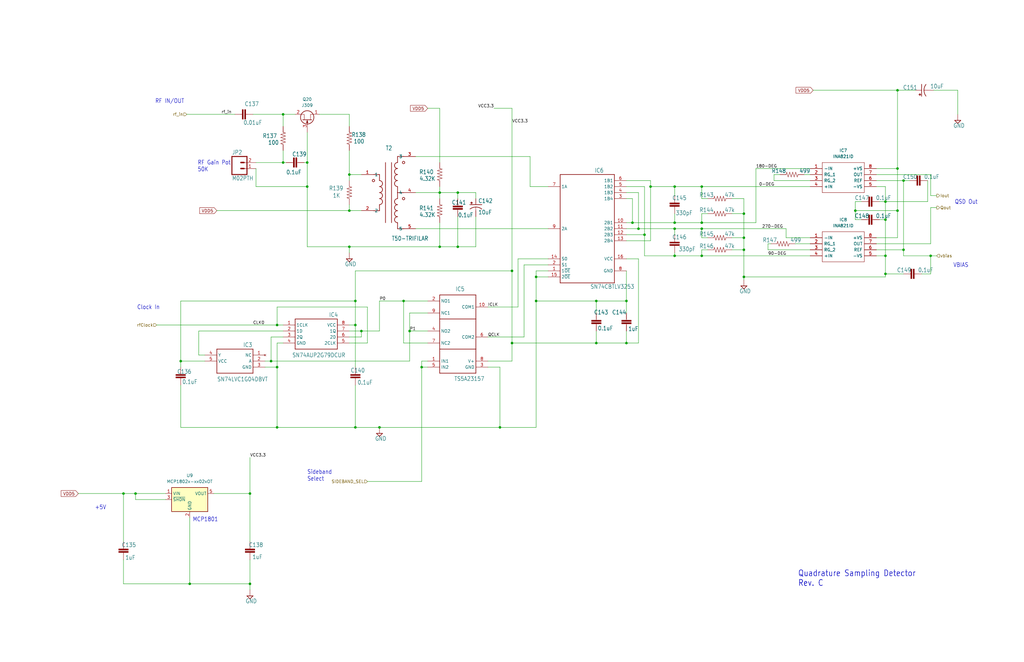
<source format=kicad_sch>
(kicad_sch (version 20230121) (generator eeschema)
  (paper "B")
  (lib_symbols
    (symbol "Device:Q_NJFET_DSG" (pin_names (offset 0) hide)
      (property "Reference" "Q" (at 5.08 1.27 0))
      (property "Value" "Q_NJFET_DSG" (at 5.08 -1.27 0))
      (symbol "Q_NJFET_DSG_0_1"
        (polyline (pts (xy 0.254 1.905) (xy 0.254 -1.905) (xy 0.254 -1.905)) (stroke (width 0.254)))
        (polyline (pts (xy 2.54 -2.54) (xy 2.54 -1.27) (xy 0.254 -1.27)))
        (polyline (pts (xy 2.54 2.54) (xy 2.54 1.397) (xy 0.254 1.397)))
        (polyline (pts (xy 0 0) (xy -1.016 0.381) (xy -1.016 -0.381) (xy 0 0)) (fill (type outline)))
        (circle (center 1.27 0) (radius 2.8194) (stroke (width 0.254)))
      )
      (symbol "Q_NJFET_DSG_1_1"
        (pin passive line (at 2.54 5.08 270) (length 2.54) (name "D") (number "1"))
        (pin passive line (at 2.54 -5.08 90) (length 2.54) (name "S") (number "2"))
        (pin input line (at -5.08 0 0) (length 5.334) (name "G") (number "3"))
      )
    )
    (symbol "Regulator_Linear:MCP1802x-xx02xOT"
      (property "Reference" "U" (at -6.35 6.35 0))
      (property "Value" "MCP1802x-xx02xOT" (at 0 6.35 0))
      (symbol "MCP1802x-xx02xOT_0_1"
        (rectangle (start -7.62 5.08) (end 7.62 -5.08) (stroke (width 0.254)) (fill (type background)))
      )
      (symbol "MCP1802x-xx02xOT_1_1"
        (pin power_in line (at -10.16 2.54 0) (length 2.54) (name "VIN") (number "1"))
        (pin power_in line (at 0 -7.62 90) (length 2.54) (name "GND") (number "2"))
        (pin input line (at -10.16 0 0) (length 2.54) (name "~{SHDN}") (number "3"))
        (pin no_connect line (at 7.62 0 180) (length 2.54) hide (name "NC") (number "4"))
        (pin power_out line (at 10.16 2.54 180) (length 2.54) (name "VOUT") (number "5"))
      )
    )
    (symbol "SamacSys_Parts:INA821ID" (pin_names (offset 0.762))
      (property "Reference" "IC" (at 24.13 7.62 0))
      (property "Value" "INA821ID" (at 24.13 5.08 0))
      (symbol "INA821ID_0_0"
        (pin passive line (at 0 0 0) (length 5.08) (name "-IN") (number "1"))
        (pin passive line (at 0 -2.54 0) (length 5.08) (name "RG_1") (number "2"))
        (pin passive line (at 0 -5.08 0) (length 5.08) (name "RG_2") (number "3"))
        (pin passive line (at 0 -7.62 0) (length 5.08) (name "+IN") (number "4"))
        (pin passive line (at 27.94 -7.62 180) (length 5.08) (name "-VS") (number "5"))
        (pin passive line (at 27.94 -5.08 180) (length 5.08) (name "REF") (number "6"))
        (pin passive line (at 27.94 -2.54 180) (length 5.08) (name "OUT") (number "7"))
        (pin passive line (at 27.94 0 180) (length 5.08) (name "+VS") (number "8"))
      )
      (symbol "INA821ID_0_1"
        (polyline (pts (xy 5.08 2.54) (xy 22.86 2.54) (xy 22.86 -10.16) (xy 5.08 -10.16) (xy 5.08 2.54)) (stroke (width 0.1524)))
      )
    )
    (symbol "qsd_revB-eagle-import:10UF-25V-20%(PTH)"
      (property "Reference" "C" (at 1.016 0.635 0))
      (property "Value" "10UF-25V-20%(PTH)" (at 1.016 -4.191 0))
      (symbol "10UF-25V-20%(PTH)_1_0"
        (rectangle (start -2.253 0.668) (end -1.364 0.795) (fill (type outline)))
        (rectangle (start -1.872 0.287) (end -1.745 1.176) (fill (type outline)))
        (arc (start 0 -1.0161) (mid -1.3021 -1.2302) (end -2.4669 -1.8504) (stroke (width 0.254)))
        (polyline (pts (xy -2.54 0) (xy 2.54 0)) (stroke (width 0.254)))
        (polyline (pts (xy 0 -1.016) (xy 0 -2.54)) (stroke (width 0.1524)))
        (arc (start 2.4892 -1.8542) (mid 1.3158 -1.2195) (end 0 -1) (stroke (width 0.254)))
        (pin passive line (at 0 2.54 270) (length 2.54) (name "+") (number "1"))
        (pin passive line (at 0 -5.08 90) (length 2.54) (name "-") (number "2"))
      )
    )
    (symbol "qsd_revB-eagle-import:CAP0603-CAP"
      (property "Reference" "C" (at 1.524 2.921 0))
      (property "Value" "CAP0603-CAP" (at 1.524 -2.159 0))
      (symbol "CAP0603-CAP_1_0"
        (rectangle (start -2.032 0.508) (end 2.032 1.016) (fill (type outline)))
        (rectangle (start -2.032 1.524) (end 2.032 2.032) (fill (type outline)))
        (polyline (pts (xy 0 0) (xy 0 0.508)) (stroke (width 0.1524)))
        (polyline (pts (xy 0 2.54) (xy 0 2.032)) (stroke (width 0.1524)))
        (pin passive line (at 0 5.08 270) (length 2.54) (name "1") (number "1"))
        (pin passive line (at 0 -2.54 90) (length 2.54) (name "2") (number "2"))
      )
    )
    (symbol "qsd_revB-eagle-import:GND" (power)
      (property "Value" "GND" (at -1.905 -3.175 0))
      (symbol "GND_1_0"
        (polyline (pts (xy -1.27 0) (xy 1.27 0)) (stroke (width 0.254)))
        (polyline (pts (xy 0 -1.27) (xy -1.27 0)) (stroke (width 0.254)))
        (polyline (pts (xy 1.27 0) (xy 0 -1.27)) (stroke (width 0.254)))
        (pin power_in line (at 0 2.54 270) (length 2.54) (name "GND") (number "1"))
      )
    )
    (symbol "qsd_revB-eagle-import:M02PTH"
      (property "Reference" "JP" (at -2.54 5.842 0))
      (property "Value" "M02PTH" (at -2.54 -5.08 0))
      (symbol "M02PTH_1_0"
        (polyline (pts (xy -2.54 5.08) (xy -2.54 -2.54)) (stroke (width 0.4064)))
        (polyline (pts (xy -2.54 5.08) (xy 3.81 5.08)) (stroke (width 0.4064)))
        (polyline (pts (xy 1.27 0) (xy 2.54 0)) (stroke (width 0.6096)))
        (polyline (pts (xy 1.27 2.54) (xy 2.54 2.54)) (stroke (width 0.6096)))
        (polyline (pts (xy 3.81 -2.54) (xy -2.54 -2.54)) (stroke (width 0.4064)))
        (polyline (pts (xy 3.81 -2.54) (xy 3.81 5.08)) (stroke (width 0.4064)))
        (pin passive line (at 7.62 0 180) (length 5.08) (name "1") (number "1"))
        (pin passive line (at 7.62 2.54 180) (length 5.08) (name "2") (number "2"))
      )
    )
    (symbol "qsd_revB-eagle-import:RESISTOR0603-RES"
      (property "Reference" "R" (at -3.81 1.4986 0))
      (property "Value" "RESISTOR0603-RES" (at -3.81 -3.302 0))
      (symbol "RESISTOR0603-RES_1_0"
        (polyline (pts (xy -2.54 0) (xy -2.159 1.016)) (stroke (width 0.1524)))
        (polyline (pts (xy -2.159 1.016) (xy -1.524 -1.016)) (stroke (width 0.1524)))
        (polyline (pts (xy -1.524 -1.016) (xy -0.889 1.016)) (stroke (width 0.1524)))
        (polyline (pts (xy -0.889 1.016) (xy -0.254 -1.016)) (stroke (width 0.1524)))
        (polyline (pts (xy -0.254 -1.016) (xy 0.381 1.016)) (stroke (width 0.1524)))
        (polyline (pts (xy 0.381 1.016) (xy 1.016 -1.016)) (stroke (width 0.1524)))
        (polyline (pts (xy 1.016 -1.016) (xy 1.651 1.016)) (stroke (width 0.1524)))
        (polyline (pts (xy 1.651 1.016) (xy 2.286 -1.016)) (stroke (width 0.1524)))
        (polyline (pts (xy 2.286 -1.016) (xy 2.54 0)) (stroke (width 0.1524)))
        (pin passive line (at -5.08 0 0) (length 2.54) (name "1") (number "1"))
        (pin passive line (at 5.08 0 180) (length 2.54) (name "2") (number "2"))
      )
    )
    (symbol "qsd_revB-eagle-import:SN74AUP2G79DCUR"
      (property "Reference" "IC1002" (at 19.304 4.318 0))
      (property "Value" "SN74AUP2G79DCUR" (at 3.81 -12.7 0))
      (symbol "SN74AUP2G79DCUR_1_0"
        (polyline (pts (xy 5.08 2.54) (xy 5.08 -10.16)) (stroke (width 0.254)))
        (polyline (pts (xy 5.08 2.54) (xy 22.86 2.54)) (stroke (width 0.254)))
        (polyline (pts (xy 22.86 -10.16) (xy 5.08 -10.16)) (stroke (width 0.254)))
        (polyline (pts (xy 22.86 -10.16) (xy 22.86 2.54)) (stroke (width 0.254)))
        (pin input line (at 0 0 0) (length 5.08) (name "1CLK") (number "1"))
        (pin input line (at 0 -2.54 0) (length 5.08) (name "1D") (number "2"))
        (pin output line (at 0 -5.08 0) (length 5.08) (name "2Q") (number "3"))
        (pin bidirectional line (at 0 -7.62 0) (length 5.08) (name "GND") (number "4"))
        (pin input line (at 27.94 -7.62 180) (length 5.08) (name "2CLK") (number "5"))
        (pin input line (at 27.94 -5.08 180) (length 5.08) (name "2D") (number "6"))
        (pin output line (at 27.94 -2.54 180) (length 5.08) (name "1Q") (number "7"))
        (pin input line (at 27.94 0 180) (length 5.08) (name "VCC") (number "8"))
      )
    )
    (symbol "qsd_revB-eagle-import:SN74CBTLV3253"
      (property "Reference" "IC1004" (at 14.478 46.482 0))
      (property "Value" "SN74CBTLV3253" (at 12.7 -2.54 0))
      (symbol "SN74CBTLV3253_1_0"
        (polyline (pts (xy 0 0) (xy 22.86 0)) (stroke (width 0.254)))
        (polyline (pts (xy 0 45.72) (xy 0 0)) (stroke (width 0.254)))
        (polyline (pts (xy 22.86 0) (xy 22.86 45.72)) (stroke (width 0.254)))
        (polyline (pts (xy 22.86 45.72) (xy 0 45.72)) (stroke (width 0.254)))
        (pin input line (at -5.08 5.08 0) (length 5.08) (name "1~{OE}") (number "1"))
        (pin bidirectional line (at 27.94 25.4 180) (length 5.08) (name "2B1") (number "10"))
        (pin bidirectional line (at 27.94 22.86 180) (length 5.08) (name "2B2") (number "11"))
        (pin bidirectional line (at 27.94 20.32 180) (length 5.08) (name "2B3") (number "12"))
        (pin bidirectional line (at 27.94 17.78 180) (length 5.08) (name "2B4") (number "13"))
        (pin input line (at -5.08 10.16 0) (length 5.08) (name "S0") (number "14"))
        (pin input line (at -5.08 2.54 0) (length 5.08) (name "2~{OE}") (number "15"))
        (pin input line (at 27.94 10.16 180) (length 5.08) (name "VCC") (number "16"))
        (pin input line (at -5.08 7.62 0) (length 5.08) (name "S1") (number "2"))
        (pin bidirectional line (at 27.94 35.56 180) (length 5.08) (name "1B4") (number "3"))
        (pin bidirectional line (at 27.94 38.1 180) (length 5.08) (name "1B3") (number "4"))
        (pin bidirectional line (at 27.94 40.64 180) (length 5.08) (name "1B2") (number "5"))
        (pin bidirectional line (at 27.94 43.18 180) (length 5.08) (name "1B1") (number "6"))
        (pin bidirectional line (at -5.08 40.64 0) (length 5.08) (name "1A") (number "7"))
        (pin bidirectional line (at 27.94 5.08 180) (length 5.08) (name "GND") (number "8"))
        (pin bidirectional line (at -5.08 22.86 0) (length 5.08) (name "2A") (number "9"))
      )
    )
    (symbol "qsd_revB-eagle-import:SN74LVC1G04DBVT"
      (property "Reference" "IC" (at 21.59 7.62 0))
      (property "Value" "SN74LVC1G04DBVT" (at 21.59 5.08 0))
      (symbol "SN74LVC1G04DBVT_1_0"
        (polyline (pts (xy 5.08 2.54) (xy 5.08 -7.62)) (stroke (width 0.254)))
        (polyline (pts (xy 5.08 2.54) (xy 20.32 2.54)) (stroke (width 0.254)))
        (polyline (pts (xy 20.32 -7.62) (xy 5.08 -7.62)) (stroke (width 0.254)))
        (polyline (pts (xy 20.32 -7.62) (xy 20.32 2.54)) (stroke (width 0.254)))
        (pin no_connect line (at 0 0 0) (length 5.08) (name "NC") (number "1"))
        (pin input line (at 0 -2.54 0) (length 5.08) (name "A") (number "2"))
        (pin power_in line (at 0 -5.08 0) (length 5.08) (name "GND") (number "3"))
        (pin output line (at 25.4 0 180) (length 5.08) (name "Y") (number "4"))
        (pin power_in line (at 25.4 -2.54 180) (length 5.08) (name "VCC") (number "5"))
      )
    )
    (symbol "qsd_revB-eagle-import:T50-TRIFILAR"
      (property "Reference" "T2" (at 5.08 25.4 0))
      (property "Value" "T50-TRIFILAR" (at 7.62 -12.7 0))
      (symbol "T50-TRIFILAR_1_0"
        (polyline (pts (xy 2.54 0) (xy 0 0)) (stroke (width 0.254)))
        (polyline (pts (xy 2.54 2.54) (xy 2.54 0)) (stroke (width 0.254)))
        (polyline (pts (xy 2.54 12.7) (xy 2.54 15.24)) (stroke (width 0.254)))
        (polyline (pts (xy 2.54 15.24) (xy 0 15.24)) (stroke (width 0.254)))
        (polyline (pts (xy 5.08 20.32) (xy 5.08 -5.08)) (stroke (width 0.254)))
        (polyline (pts (xy 7.62 20.32) (xy 7.62 -5.08)) (stroke (width 0.254)))
        (polyline (pts (xy 10.16 -7.62) (xy 12.7 -7.62)) (stroke (width 0.254)))
        (polyline (pts (xy 10.16 -5.08) (xy 10.16 -7.62)) (stroke (width 0.254)))
        (polyline (pts (xy 10.16 7.62) (xy 10.16 5.08)) (stroke (width 0.254)))
        (polyline (pts (xy 10.16 10.16) (xy 10.16 7.62)) (stroke (width 0.254)))
        (polyline (pts (xy 10.16 20.32) (xy 10.16 22.86)) (stroke (width 0.254)))
        (polyline (pts (xy 10.16 22.86) (xy 12.7 22.86)) (stroke (width 0.254)))
        (polyline (pts (xy 12.7 7.62) (xy 10.16 7.62)) (stroke (width 0.254)))
        (circle (center 0 12.7) (radius 0.508) (stroke (width 0.254)))
        (arc (start 2.54 2.54) (mid 3.438 2.912) (end 3.81 3.81) (stroke (width 0.254)))
        (arc (start 2.54 5.08) (mid 3.438 5.452) (end 3.81 6.35) (stroke (width 0.254)))
        (arc (start 2.54 7.62) (mid 3.438 7.992) (end 3.81 8.89) (stroke (width 0.254)))
        (arc (start 2.54 10.16) (mid 3.438 10.532) (end 3.81 11.43) (stroke (width 0.254)))
        (arc (start 3.81 3.81) (mid 3.438 4.708) (end 2.54 5.08) (stroke (width 0.254)))
        (arc (start 3.81 6.35) (mid 3.438 7.248) (end 2.54 7.62) (stroke (width 0.254)))
        (arc (start 3.81 8.89) (mid 3.438 9.788) (end 2.54 10.16) (stroke (width 0.254)))
        (arc (start 3.81 11.43) (mid 3.438 12.328) (end 2.54 12.7) (stroke (width 0.254)))
        (arc (start 8.89 -3.81) (mid 9.262 -4.708) (end 10.16 -5.08) (stroke (width 0.254)))
        (arc (start 8.89 -1.27) (mid 9.262 -2.168) (end 10.16 -2.54) (stroke (width 0.254)))
        (arc (start 8.89 1.27) (mid 9.262 0.372) (end 10.16 0) (stroke (width 0.254)))
        (arc (start 8.89 3.81) (mid 9.262 2.912) (end 10.16 2.54) (stroke (width 0.254)))
        (arc (start 8.89 11.43) (mid 9.262 10.532) (end 10.16 10.16) (stroke (width 0.254)))
        (arc (start 8.89 13.97) (mid 9.262 13.072) (end 10.16 12.7) (stroke (width 0.254)))
        (arc (start 8.89 16.51) (mid 9.262 15.612) (end 10.16 15.24) (stroke (width 0.254)))
        (arc (start 8.89 19.05) (mid 9.262 18.152) (end 10.16 17.78) (stroke (width 0.254)))
        (arc (start 10.16 -2.54) (mid 9.262 -2.912) (end 8.89 -3.81) (stroke (width 0.254)))
        (arc (start 10.16 0) (mid 9.262 -0.372) (end 8.89 -1.27) (stroke (width 0.254)))
        (arc (start 10.16 2.54) (mid 9.262 2.168) (end 8.89 1.27) (stroke (width 0.254)))
        (arc (start 10.16 5.08) (mid 9.262 4.708) (end 8.89 3.81) (stroke (width 0.254)))
        (arc (start 10.16 12.7) (mid 9.262 12.328) (end 8.89 11.43) (stroke (width 0.254)))
        (arc (start 10.16 15.24) (mid 9.262 14.868) (end 8.89 13.97) (stroke (width 0.254)))
        (arc (start 10.16 17.78) (mid 9.262 17.408) (end 8.89 16.51) (stroke (width 0.254)))
        (arc (start 10.16 20.32) (mid 9.262 19.948) (end 8.89 19.05) (stroke (width 0.254)))
        (circle (center 12.7 5.08) (radius 0.508) (stroke (width 0.254)))
        (circle (center 12.7 20.32) (radius 0.508) (stroke (width 0.254)))
        (pin passive line (at -5.08 15.24 0) (length 5.08) (name "1") (number "1"))
        (pin passive line (at -5.08 0 0) (length 5.08) (name "2") (number "2"))
        (pin passive line (at 17.78 22.86 180) (length 5.08) (name "3") (number "3"))
        (pin passive line (at 17.78 7.62 180) (length 5.08) (name "4") (number "4"))
        (pin passive line (at 17.78 -7.62 180) (length 5.08) (name "5") (number "5"))
      )
    )
    (symbol "qsd_revB-eagle-import:TS5A23157"
      (property "Reference" "IC1003" (at 6.604 34.544 0))
      (property "Value" "TS5A23157" (at 6.096 -3.302 0))
      (symbol "TS5A23157_1_0"
        (polyline (pts (xy 0 0) (xy 15.24 0)) (stroke (width 0.254)))
        (polyline (pts (xy 0 10.16) (xy 0 0)) (stroke (width 0.254)))
        (polyline (pts (xy 0 10.16) (xy 15.24 10.16)) (stroke (width 0.254)))
        (polyline (pts (xy 0 22.86) (xy 0 10.16)) (stroke (width 0.254)))
        (polyline (pts (xy 0 22.86) (xy 15.24 22.86)) (stroke (width 0.254)))
        (polyline (pts (xy 0 33.02) (xy 0 22.86)) (stroke (width 0.254)))
        (polyline (pts (xy 15.24 0) (xy 15.24 10.16)) (stroke (width 0.254)))
        (polyline (pts (xy 15.24 10.16) (xy 15.24 22.86)) (stroke (width 0.254)))
        (polyline (pts (xy 15.24 22.86) (xy 15.24 33.02)) (stroke (width 0.254)))
        (polyline (pts (xy 15.24 33.02) (xy 0 33.02)) (stroke (width 0.254)))
        (pin input line (at -5.08 5.08 0) (length 5.08) (name "IN1") (number "1"))
        (pin bidirectional line (at 20.32 27.94 180) (length 5.08) (name "COM1") (number "10"))
        (pin bidirectional line (at -5.08 30.48 0) (length 5.08) (name "NO1") (number "2"))
        (pin bidirectional line (at 20.32 2.54 180) (length 5.08) (name "GND") (number "3"))
        (pin bidirectional line (at -5.08 17.78 0) (length 5.08) (name "NO2") (number "4"))
        (pin input line (at -5.08 2.54 0) (length 5.08) (name "IN2") (number "5"))
        (pin bidirectional line (at 20.32 15.24 180) (length 5.08) (name "COM2") (number "6"))
        (pin bidirectional line (at -5.08 12.7 0) (length 5.08) (name "NC2") (number "7"))
        (pin input line (at 20.32 5.08 180) (length 5.08) (name "V+") (number "8"))
        (pin bidirectional line (at -5.08 25.4 0) (length 5.08) (name "NC1") (number "9"))
      )
    )
  )
  (junction (at 266.7 93.98))
  (junction (at 269.24 96.52))
  (junction (at 193.04 81.28))
  (junction (at 378.46 71.12))
  (junction (at 52.07 208.28))
  (junction (at 274.32 78.74))
  (junction (at 295.91 96.52))
  (junction (at 264.16 127))
  (junction (at 80.01 246.38))
  (junction (at 57.15 208.28))
  (junction (at 147.32 88.9))
  (junction (at 210.82 180.34))
  (junction (at 378.46 88.9))
  (junction (at 226.06 116.84))
  (junction (at 313.69 105.41))
  (junction (at 105.41 208.28))
  (junction (at 116.84 180.34))
  (junction (at 284.48 107.95))
  (junction (at 313.69 90.17))
  (junction (at 373.38 85.09))
  (junction (at 215.9 144.78))
  (junction (at 264.16 144.78))
  (junction (at 119.38 68.58))
  (junction (at 160.02 180.34))
  (junction (at 149.86 180.34))
  (junction (at 373.38 92.71))
  (junction (at 381 105.41))
  (junction (at 185.42 104.14))
  (junction (at 129.54 68.58))
  (junction (at 373.38 107.95))
  (junction (at 215.9 114.3))
  (junction (at 271.78 99.06))
  (junction (at 251.46 127))
  (junction (at 284.48 96.52))
  (junction (at 381 76.2))
  (junction (at 116.84 154.94))
  (junction (at 152.4 139.7))
  (junction (at 119.38 48.26))
  (junction (at 295.91 107.95))
  (junction (at 170.18 127))
  (junction (at 295.91 78.74))
  (junction (at 284.48 78.74))
  (junction (at 114.3 152.4))
  (junction (at 147.32 104.14))
  (junction (at 193.04 104.14))
  (junction (at 295.91 93.98))
  (junction (at 177.8 154.94))
  (junction (at 129.54 78.74))
  (junction (at 226.06 127))
  (junction (at 172.72 139.7))
  (junction (at 116.84 137.16))
  (junction (at 147.32 73.66))
  (junction (at 284.48 93.98))
  (junction (at 373.38 115.57))
  (junction (at 392.43 107.95))
  (junction (at 185.42 81.28))
  (junction (at 313.69 100.33))
  (junction (at 76.2 152.4))
  (junction (at 378.46 38.1))
  (junction (at 105.41 246.38))
  (junction (at 360.68 88.9))
  (junction (at 149.86 137.16))
  (junction (at 251.46 144.78))
  (junction (at 313.69 116.84))
  (junction (at 149.86 127))
  (wire (pts (xy 147.32 76.2) (xy 147.32 73.66)))
  (wire (pts (xy 129.54 68.58) (xy 129.54 78.74)))
  (wire (pts (xy 177.8 154.94) (xy 177.8 203.2)))
  (wire (pts (xy 129.54 78.74) (xy 129.54 104.14)))
  (wire (pts (xy 185.42 93.98) (xy 185.42 104.14)))
  (wire (pts (xy 378.46 71.12) (xy 378.46 88.9)))
  (wire (pts (xy 308.61 90.17) (xy 313.69 90.17)))
  (wire (pts (xy 323.85 105.41) (xy 323.85 102.87)))
  (wire (pts (xy 172.72 132.08) (xy 180.34 132.08)))
  (wire (pts (xy 373.38 115.57) (xy 373.38 116.84)))
  (wire (pts (xy 231.14 116.84) (xy 226.06 116.84)))
  (wire (pts (xy 298.45 100.33) (xy 295.91 100.33)))
  (wire (pts (xy 52.07 246.38) (xy 80.01 246.38)))
  (wire (pts (xy 218.44 109.22) (xy 231.14 109.22)))
  (wire (pts (xy 111.76 154.94) (xy 116.84 154.94)))
  (wire (pts (xy 369.57 100.33) (xy 378.46 100.33)))
  (wire (pts (xy 180.34 144.78) (xy 170.18 144.78)))
  (wire (pts (xy 200.66 104.14) (xy 193.04 104.14)))
  (wire (pts (xy 129.54 55.88) (xy 129.54 68.58)))
  (wire (pts (xy 378.46 100.33) (xy 378.46 88.9)))
  (wire (pts (xy 180.34 152.4) (xy 177.8 152.4)))
  (wire (pts (xy 147.32 86.36) (xy 147.32 88.9)))
  (wire (pts (xy 373.38 115.57) (xy 381 115.57)))
  (wire (pts (xy 391.16 76.2) (xy 391.16 85.09)))
  (wire (pts (xy 205.74 129.54) (xy 218.44 129.54)))
  (wire (pts (xy 284.48 93.98) (xy 266.7 93.98)))
  (wire (pts (xy 284.48 78.74) (xy 295.91 78.74)))
  (wire (pts (xy 147.32 88.9) (xy 152.4 88.9)))
  (wire (pts (xy 295.91 100.33) (xy 295.91 96.52)))
  (wire (pts (xy 193.04 91.44) (xy 193.04 104.14)))
  (wire (pts (xy 220.98 142.24) (xy 220.98 111.76)))
  (wire (pts (xy 210.82 180.34) (xy 226.06 180.34)))
  (wire (pts (xy 313.69 116.84) (xy 313.69 118.11)))
  (wire (pts (xy 149.86 127) (xy 149.86 114.3)))
  (wire (pts (xy 284.48 96.52) (xy 295.91 96.52)))
  (wire (pts (xy 388.62 115.57) (xy 392.43 115.57)))
  (wire (pts (xy 83.82 139.7) (xy 119.38 139.7)))
  (wire (pts (xy 373.38 107.95) (xy 373.38 115.57)))
  (wire (pts (xy 231.14 114.3) (xy 226.06 114.3)))
  (wire (pts (xy 105.41 236.22) (xy 105.41 246.38)))
  (wire (pts (xy 369.57 105.41) (xy 381 105.41)))
  (wire (pts (xy 80.01 218.44) (xy 80.01 246.38)))
  (wire (pts (xy 381 107.95) (xy 381 105.41)))
  (wire (pts (xy 193.04 81.28) (xy 185.42 81.28)))
  (wire (pts (xy 200.66 81.28) (xy 193.04 81.28)))
  (wire (pts (xy 328.93 73.66) (xy 326.39 73.66)))
  (wire (pts (xy 185.42 81.28) (xy 185.42 83.82)))
  (wire (pts (xy 298.45 90.17) (xy 295.91 90.17)))
  (wire (pts (xy 80.01 246.38) (xy 105.41 246.38)))
  (wire (pts (xy 392.43 73.66) (xy 392.43 82.55)))
  (wire (pts (xy 215.9 144.78) (xy 215.9 114.3)))
  (wire (pts (xy 271.78 99.06) (xy 264.16 99.06)))
  (wire (pts (xy 369.57 73.66) (xy 392.43 73.66)))
  (wire (pts (xy 200.66 83.82) (xy 200.66 81.28)))
  (wire (pts (xy 308.61 100.33) (xy 313.69 100.33)))
  (wire (pts (xy 154.94 129.54) (xy 116.84 129.54)))
  (wire (pts (xy 335.28 102.87) (xy 341.63 102.87)))
  (wire (pts (xy 392.43 82.55) (xy 394.97 82.55)))
  (wire (pts (xy 152.4 139.7) (xy 160.02 139.7)))
  (wire (pts (xy 271.78 99.06) (xy 271.78 107.95)))
  (wire (pts (xy 149.86 127) (xy 76.2 127)))
  (wire (pts (xy 251.46 144.78) (xy 264.16 144.78)))
  (wire (pts (xy 90.17 208.28) (xy 105.41 208.28)))
  (wire (pts (xy 218.44 129.54) (xy 218.44 109.22)))
  (wire (pts (xy 323.85 102.87) (xy 325.12 102.87)))
  (wire (pts (xy 394.97 107.95) (xy 392.43 107.95)))
  (wire (pts (xy 313.69 100.33) (xy 313.69 105.41)))
  (wire (pts (xy 116.84 154.94) (xy 116.84 180.34)))
  (wire (pts (xy 152.4 73.66) (xy 147.32 73.66)))
  (wire (pts (xy 147.32 137.16) (xy 149.86 137.16)))
  (wire (pts (xy 369.57 107.95) (xy 373.38 107.95)))
  (wire (pts (xy 373.38 92.71) (xy 373.38 107.95)))
  (wire (pts (xy 373.38 85.09) (xy 391.16 85.09)))
  (wire (pts (xy 298.45 83.82) (xy 295.91 83.82)))
  (wire (pts (xy 147.32 104.14) (xy 147.32 106.68)))
  (wire (pts (xy 381 105.41) (xy 381 76.2)))
  (wire (pts (xy 269.24 109.22) (xy 269.24 144.78)))
  (wire (pts (xy 313.69 83.82) (xy 313.69 90.17)))
  (wire (pts (xy 149.86 114.3) (xy 215.9 114.3)))
  (wire (pts (xy 226.06 114.3) (xy 226.06 116.84)))
  (wire (pts (xy 313.69 90.17) (xy 313.69 100.33)))
  (wire (pts (xy 381 76.2) (xy 369.57 76.2)))
  (wire (pts (xy 129.54 104.14) (xy 147.32 104.14)))
  (wire (pts (xy 52.07 236.22) (xy 52.07 246.38)))
  (wire (pts (xy 69.85 210.82) (xy 57.15 210.82)))
  (wire (pts (xy 269.24 96.52) (xy 264.16 96.52)))
  (wire (pts (xy 160.02 139.7) (xy 160.02 127)))
  (wire (pts (xy 152.4 139.7) (xy 152.4 142.24)))
  (wire (pts (xy 180.34 45.72) (xy 185.42 45.72)))
  (wire (pts (xy 172.72 139.7) (xy 172.72 132.08)))
  (wire (pts (xy 226.06 127) (xy 251.46 127)))
  (wire (pts (xy 369.57 78.74) (xy 373.38 78.74)))
  (wire (pts (xy 114.3 152.4) (xy 111.76 152.4)))
  (wire (pts (xy 86.36 149.86) (xy 83.82 149.86)))
  (wire (pts (xy 105.41 208.28) (xy 105.41 228.6)))
  (wire (pts (xy 205.74 154.94) (xy 210.82 154.94)))
  (wire (pts (xy 170.18 127) (xy 180.34 127)))
  (wire (pts (xy 298.45 105.41) (xy 295.91 105.41)))
  (wire (pts (xy 392.43 107.95) (xy 381 107.95)))
  (wire (pts (xy 147.32 73.66) (xy 147.32 63.5)))
  (wire (pts (xy 33.02 208.28) (xy 52.07 208.28)))
  (wire (pts (xy 119.38 142.24) (xy 114.3 142.24)))
  (wire (pts (xy 223.52 66.04) (xy 223.52 78.74)))
  (wire (pts (xy 116.84 144.78) (xy 116.84 154.94)))
  (wire (pts (xy 107.95 71.12) (xy 107.95 78.74)))
  (wire (pts (xy 274.32 78.74) (xy 274.32 76.2)))
  (wire (pts (xy 154.94 144.78) (xy 154.94 129.54)))
  (wire (pts (xy 147.32 53.34) (xy 147.32 48.26)))
  (wire (pts (xy 149.86 137.16) (xy 149.86 154.94)))
  (wire (pts (xy 76.2 162.56) (xy 76.2 180.34)))
  (wire (pts (xy 392.43 87.63) (xy 394.97 87.63)))
  (wire (pts (xy 271.78 107.95) (xy 284.48 107.95)))
  (wire (pts (xy 177.8 152.4) (xy 177.8 154.94)))
  (wire (pts (xy 119.38 137.16) (xy 116.84 137.16)))
  (wire (pts (xy 295.91 107.95) (xy 341.63 107.95)))
  (wire (pts (xy 360.68 88.9) (xy 378.46 88.9)))
  (wire (pts (xy 392.43 102.87) (xy 392.43 87.63)))
  (wire (pts (xy 175.26 66.04) (xy 223.52 66.04)))
  (wire (pts (xy 360.68 88.9) (xy 360.68 92.71)))
  (wire (pts (xy 210.82 154.94) (xy 210.82 180.34)))
  (wire (pts (xy 180.34 139.7) (xy 172.72 139.7)))
  (wire (pts (xy 331.47 100.33) (xy 341.63 100.33)))
  (wire (pts (xy 185.42 78.74) (xy 185.42 81.28)))
  (wire (pts (xy 264.16 139.7) (xy 264.16 144.78)))
  (wire (pts (xy 106.68 48.26) (xy 119.38 48.26)))
  (wire (pts (xy 175.26 81.28) (xy 185.42 81.28)))
  (wire (pts (xy 363.22 85.09) (xy 360.68 85.09)))
  (wire (pts (xy 226.06 127) (xy 226.06 180.34)))
  (wire (pts (xy 107.95 68.58) (xy 119.38 68.58)))
  (wire (pts (xy 269.24 81.28) (xy 269.24 96.52)))
  (wire (pts (xy 193.04 104.14) (xy 185.42 104.14)))
  (wire (pts (xy 52.07 208.28) (xy 52.07 228.6)))
  (wire (pts (xy 369.57 102.87) (xy 392.43 102.87)))
  (wire (pts (xy 360.68 92.71) (xy 363.22 92.71)))
  (wire (pts (xy 215.9 45.72) (xy 208.28 45.72)))
  (wire (pts (xy 119.38 68.58) (xy 120.65 68.58)))
  (wire (pts (xy 175.26 96.52) (xy 231.14 96.52)))
  (wire (pts (xy 172.72 152.4) (xy 172.72 139.7)))
  (wire (pts (xy 308.61 83.82) (xy 313.69 83.82)))
  (wire (pts (xy 264.16 101.6) (xy 274.32 101.6)))
  (wire (pts (xy 271.78 78.74) (xy 271.78 99.06)))
  (wire (pts (xy 220.98 111.76) (xy 231.14 111.76)))
  (wire (pts (xy 149.86 137.16) (xy 149.86 127)))
  (wire (pts (xy 147.32 144.78) (xy 154.94 144.78)))
  (wire (pts (xy 119.38 63.5) (xy 119.38 68.58)))
  (wire (pts (xy 57.15 208.28) (xy 52.07 208.28)))
  (wire (pts (xy 147.32 139.7) (xy 152.4 139.7)))
  (wire (pts (xy 360.68 85.09) (xy 360.68 88.9)))
  (wire (pts (xy 373.38 78.74) (xy 373.38 85.09)))
  (wire (pts (xy 116.84 129.54) (xy 116.84 137.16)))
  (wire (pts (xy 264.16 127) (xy 251.46 127)))
  (wire (pts (xy 180.34 154.94) (xy 177.8 154.94)))
  (wire (pts (xy 284.48 82.55) (xy 284.48 78.74)))
  (wire (pts (xy 295.91 105.41) (xy 295.91 107.95)))
  (wire (pts (xy 284.48 107.95) (xy 295.91 107.95)))
  (wire (pts (xy 264.16 114.3) (xy 264.16 127)))
  (wire (pts (xy 274.32 78.74) (xy 274.32 101.6)))
  (wire (pts (xy 295.91 90.17) (xy 295.91 93.98)))
  (wire (pts (xy 369.57 71.12) (xy 378.46 71.12)))
  (wire (pts (xy 392.43 115.57) (xy 392.43 107.95)))
  (wire (pts (xy 251.46 132.08) (xy 251.46 127)))
  (wire (pts (xy 134.62 48.26) (xy 147.32 48.26)))
  (wire (pts (xy 116.84 180.34) (xy 149.86 180.34)))
  (wire (pts (xy 149.86 162.56) (xy 149.86 180.34)))
  (wire (pts (xy 205.74 142.24) (xy 220.98 142.24)))
  (wire (pts (xy 119.38 144.78) (xy 116.84 144.78)))
  (wire (pts (xy 119.38 53.34) (xy 119.38 48.26)))
  (wire (pts (xy 66.04 137.16) (xy 116.84 137.16)))
  (wire (pts (xy 223.52 78.74) (xy 231.14 78.74)))
  (wire (pts (xy 160.02 180.34) (xy 210.82 180.34)))
  (wire (pts (xy 205.74 152.4) (xy 215.9 152.4)))
  (wire (pts (xy 295.91 78.74) (xy 341.63 78.74)))
  (wire (pts (xy 295.91 83.82) (xy 295.91 78.74)))
  (wire (pts (xy 393.7 38.1) (xy 403.86 38.1)))
  (wire (pts (xy 107.95 78.74) (xy 129.54 78.74)))
  (wire (pts (xy 284.48 96.52) (xy 284.48 99.06)))
  (wire (pts (xy 269.24 96.52) (xy 284.48 96.52)))
  (wire (pts (xy 200.66 91.44) (xy 200.66 104.14)))
  (wire (pts (xy 91.44 88.9) (xy 147.32 88.9)))
  (wire (pts (xy 264.16 81.28) (xy 269.24 81.28)))
  (wire (pts (xy 99.06 48.26) (xy 78.74 48.26)))
  (wire (pts (xy 295.91 96.52) (xy 331.47 96.52)))
  (wire (pts (xy 105.41 208.28) (xy 105.41 193.04)))
  (wire (pts (xy 373.38 85.09) (xy 373.38 92.71)))
  (wire (pts (xy 57.15 210.82) (xy 57.15 208.28)))
  (wire (pts (xy 185.42 45.72) (xy 185.42 68.58)))
  (wire (pts (xy 318.77 93.98) (xy 295.91 93.98)))
  (wire (pts (xy 318.77 71.12) (xy 341.63 71.12)))
  (wire (pts (xy 373.38 116.84) (xy 313.69 116.84)))
  (wire (pts (xy 264.16 83.82) (xy 266.7 83.82)))
  (wire (pts (xy 264.16 109.22) (xy 269.24 109.22)))
  (wire (pts (xy 185.42 104.14) (xy 147.32 104.14)))
  (wire (pts (xy 284.48 106.68) (xy 284.48 107.95)))
  (wire (pts (xy 323.85 105.41) (xy 341.63 105.41)))
  (wire (pts (xy 215.9 152.4) (xy 215.9 144.78)))
  (wire (pts (xy 76.2 154.94) (xy 76.2 152.4)))
  (wire (pts (xy 226.06 116.84) (xy 226.06 127)))
  (wire (pts (xy 215.9 144.78) (xy 251.46 144.78)))
  (wire (pts (xy 69.85 208.28) (xy 57.15 208.28)))
  (wire (pts (xy 342.9 38.1) (xy 378.46 38.1)))
  (wire (pts (xy 76.2 152.4) (xy 86.36 152.4)))
  (wire (pts (xy 326.39 76.2) (xy 341.63 76.2)))
  (wire (pts (xy 160.02 127) (xy 170.18 127)))
  (wire (pts (xy 152.4 142.24) (xy 147.32 142.24)))
  (wire (pts (xy 266.7 93.98) (xy 264.16 93.98)))
  (wire (pts (xy 295.91 93.98) (xy 284.48 93.98)))
  (wire (pts (xy 331.47 96.52) (xy 331.47 100.33)))
  (wire (pts (xy 193.04 83.82) (xy 193.04 81.28)))
  (wire (pts (xy 215.9 45.72) (xy 215.9 114.3)))
  (wire (pts (xy 251.46 139.7) (xy 251.46 144.78)))
  (wire (pts (xy 264.16 78.74) (xy 271.78 78.74)))
  (wire (pts (xy 386.08 38.1) (xy 378.46 38.1)))
  (wire (pts (xy 83.82 149.86) (xy 83.82 139.7)))
  (wire (pts (xy 177.8 203.2) (xy 154.94 203.2)))
  (wire (pts (xy 284.48 90.17) (xy 284.48 93.98)))
  (wire (pts (xy 266.7 83.82) (xy 266.7 93.98)))
  (wire (pts (xy 370.84 85.09) (xy 373.38 85.09)))
  (wire (pts (xy 264.16 144.78) (xy 269.24 144.78)))
  (wire (pts (xy 274.32 76.2) (xy 264.16 76.2)))
  (wire (pts (xy 313.69 105.41) (xy 313.69 116.84)))
  (wire (pts (xy 308.61 105.41) (xy 313.69 105.41)))
  (wire (pts (xy 170.18 144.78) (xy 170.18 127)))
  (wire (pts (xy 149.86 180.34) (xy 160.02 180.34)))
  (wire (pts (xy 76.2 127) (xy 76.2 152.4)))
  (wire (pts (xy 339.09 73.66) (xy 341.63 73.66)))
  (wire (pts (xy 128.27 68.58) (xy 129.54 68.58)))
  (wire (pts (xy 114.3 152.4) (xy 172.72 152.4)))
  (wire (pts (xy 114.3 142.24) (xy 114.3 152.4)))
  (wire (pts (xy 381 76.2) (xy 383.54 76.2)))
  (wire (pts (xy 370.84 92.71) (xy 373.38 92.71)))
  (wire (pts (xy 378.46 38.1) (xy 378.46 71.12)))
  (wire (pts (xy 318.77 93.98) (xy 318.77 71.12)))
  (wire (pts (xy 116.84 180.34) (xy 76.2 180.34)))
  (wire (pts (xy 264.16 127) (xy 264.16 132.08)))
  (wire (pts (xy 326.39 73.66) (xy 326.39 76.2)))
  (wire (pts (xy 105.41 246.38) (xy 105.41 248.92)))
  (wire (pts (xy 119.38 48.26) (xy 124.46 48.26)))
  (wire (pts (xy 403.86 38.1) (xy 403.86 48.26)))
  (wire (pts (xy 284.48 78.74) (xy 274.32 78.74)))
  (text "Clock In" (at 57.785 130.81 0) (effects (font (size 1.778 1.5113)) (justify left bottom)))
  (text "RF Gain Pot\n50K" (at 83.312 72.644 0) (effects (font (size 1.778 1.5113)) (justify left bottom)))
  (text "Sideband\nSelect" (at 129.54 203.2 0) (effects (font (size 1.778 1.5113)) (justify left bottom)))
  (text "MCP1801" (at 81.28 220.345 0) (effects (font (size 1.778 1.5113)) (justify left bottom)))
  (text "QSD Out" (at 402.59 86.36 0) (effects (font (size 1.778 1.5113)) (justify left bottom)))
  (text "RF IN/OUT" (at 65.405 43.815 0) (effects (font (size 1.778 1.5113)) (justify left bottom)))
  (text "+5V" (at 40.005 215.265 0) (effects (font (size 1.778 1.5113)) (justify left bottom)))
  (text "VBIAS" (at 401.955 113.03 0) (effects (font (size 1.778 1.5113)) (justify left bottom)))
  (text "Quadrature Sampling Detector\nRev. C" (at 336.55 247.65 0) (effects (font (size 2.54 2.159)) (justify left bottom)))
  (text "Quadrature Sampling Detector\nRev. C" (at 336.55 247.65 0) (effects (font (size 2.54 2.159)) (justify left bottom)))
  (label "rf_in" (at 93.345 48.26 0) (effects (font (size 1.2446 1.2446))))
  (label "P0" (at 160.02 127 0) (effects (font (size 1.2446 1.2446))))
  (label "P1" (at 172.72 139.7 0) (effects (font (size 1.2446 1.2446))))
  (label "ICLK" (at 205.74 129.54 0) (effects (font (size 1.2446 1.2446))))
  (label "90-DEG" (at 323.85 107.95 0) (effects (font (size 1.2446 1.2446))))
  (label "VCC3.3" (at 215.9 52.07 0) (effects (font (size 1.2446 1.2446))))
  (label "VCC3.3" (at 208.28 45.72 180) (effects (font (size 1.2446 1.2446))))
  (label "0-DEG" (at 320.04 78.74 0) (effects (font (size 1.2446 1.2446))))
  (label "270-DEG" (at 321.31 96.52 0) (effects (font (size 1.2446 1.2446))))
  (label "VCC3.3" (at 105.41 193.04 0) (effects (font (size 1.2446 1.2446))))
  (label "180-DEG" (at 318.77 71.12 0) (effects (font (size 1.2446 1.2446))))
  (label "QCLK" (at 205.74 142.24 0) (effects (font (size 1.2446 1.2446))))
  (label "CLK0" (at 106.68 137.16 0) (effects (font (size 1.2446 1.2446))))
  (global_label "VDD5" (shape input) (at 180.34 45.72 180) (property "Intersheetrefs" "${INTERSHEET_REFS}" (at 172.5167 45.72 0) (effects (justify right))))
  (global_label "VDD5" (shape input) (at 91.44 88.9 180) (property "Intersheetrefs" "${INTERSHEET_REFS}" (at 83.6167 88.9 0) (effects (justify right))))
  (global_label "VDD5" (shape input) (at 342.9 38.1 180) (property "Intersheetrefs" "${INTERSHEET_REFS}" (at 335.0767 38.1 0) (effects (justify right))))
  (global_label "VDD5" (shape input) (at 33.02 208.28 180) (property "Intersheetrefs" "${INTERSHEET_REFS}" (at 25.1967 208.28 0) (effects (justify right))))
  (hierarchical_label "Iout" (shape output) (at 394.97 82.55 0))
  (hierarchical_label "vbias" (shape input) (at 394.97 107.95 0))
  (hierarchical_label "rfClock" (shape input) (at 66.04 137.16 180))
  (hierarchical_label "rf_in" (shape input) (at 78.74 48.26 180))
  (hierarchical_label "SIDEBAND_SEL" (shape input) (at 154.94 203.2 180))
  (hierarchical_label "Qout" (shape output) (at 394.97 87.63 0))
  (symbol (lib_id "Regulator_Linear:MCP1802x-xx02xOT") (at 80.01 210.82 0) (unit 1)
    (property "Reference" "U9" (at 80.01 200.66 0))
    (property "Value" "MCP1802x-xx02xOT" (at 80.01 203.2 0))
    (property "Footprint" "Package_TO_SOT_SMD:SOT-23-5" (effects hide))
    (property "Datasheet" "http://ww1.microchip.com/downloads/en/DeviceDoc/22053C.pdf" (effects hide))
  )
  (symbol (lib_id "Device:Q_NJFET_DSG") (at 129.54 50.8 270) (mirror x) (unit 1)
    (property "Reference" "Q20" (at 129.54 41.91 90))
    (property "Value" "J309" (at 129.54 44.45 90))
    (property "Footprint" "Package_TO_SOT_SMD:SOT-23" (effects hide))
    (instances (project "fieldRadio_1.1" (path "" (reference "Q20") (unit 1))) (project "qsd_revC" (path "" (reference "Q1") (unit 1))))
  )
  (symbol (lib_id "qsd_revB-eagle-import:RESISTOR0603-RES") (at 303.53 83.82 180) (unit 1)
    (property "Reference" "R143" (at 300.99 81.28 0) (effects (font (size 1.778 1.5113)) (justify left bottom)))
    (property "Value" "47k" (at 309.88 81.28 0) (effects (font (size 1.778 1.5113)) (justify left bottom)))
    (property "Footprint" "Resistor_SMD:R_0603_1608Metric_Pad0.98x0.95mm_HandSolder" (effects hide))
    (instances (project "fieldRadio_1.1" (path "" (reference "R143") (unit 1))) (project "qsd_revC" (path "" (reference "R4") (unit 1))))
  )
  (symbol (lib_id "qsd_revB-eagle-import:RESISTOR0603-RES") (at 185.42 73.66 90) (unit 1)
    (property "Reference" "R140" (at 182.88 71.6026 90) (effects (font (size 1.778 1.5113)) (justify left bottom)))
    (property "Value" "4.32K" (at 183.642 74.422 90) (effects (font (size 1.778 1.5113)) (justify left bottom)))
    (property "Footprint" "Resistor_SMD:R_0603_1608Metric_Pad0.98x0.95mm_HandSolder" (effects hide))
    (instances (project "fieldRadio_1.1" (path "" (reference "R140") (unit 1))) (project "qsd_revC" (path "" (reference "R8") (unit 1))))
  )
  (symbol (lib_id "qsd_revB-eagle-import:CAP0603-CAP") (at 284.48 101.6 180) (unit 1)
    (property "Reference" "C146" (at 289.56 99.06 0) (effects (font (size 1.778 1.5113)) (justify left bottom)))
    (property "Value" "330pF" (at 293.37 104.14 0) (effects (font (size 1.778 1.5113)) (justify left bottom)))
    (property "Footprint" "Capacitor_SMD:C_0603_1608Metric_Pad1.08x0.95mm_HandSolder" (effects hide))
    (instances (project "fieldRadio_1.1" (path "" (reference "C146") (unit 1))) (project "qsd_revC" (path "" (reference "C15") (unit 1))))
  )
  (symbol (lib_id "qsd_revB-eagle-import:CAP0603-CAP") (at 52.07 231.14 180) (unit 1)
    (property "Reference" "C135" (at 57.404 228.981 0) (effects (font (size 1.778 1.5113)) (justify left bottom)))
    (property "Value" "1uF" (at 57.15 234.315 0) (effects (font (size 1.778 1.5113)) (justify left bottom)))
    (property "Footprint" "Capacitor_SMD:C_0603_1608Metric_Pad1.08x0.95mm_HandSolder" (effects hide))
    (instances (project "fieldRadio_1.1" (path "" (reference "C135") (unit 1))) (project "qsd_revC" (path "" (reference "C1") (unit 1))))
  )
  (symbol (lib_id "qsd_revB-eagle-import:CAP0603-CAP") (at 284.48 85.09 180) (unit 1)
    (property "Reference" "C145" (at 289.56 82.55 0) (effects (font (size 1.778 1.5113)) (justify left bottom)))
    (property "Value" "330pF" (at 292.1 88.9 0) (effects (font (size 1.778 1.5113)) (justify left bottom)))
    (property "Footprint" "Capacitor_SMD:C_0603_1608Metric_Pad1.08x0.95mm_HandSolder" (effects hide))
    (instances (project "fieldRadio_1.1" (path "" (reference "C145") (unit 1))) (project "qsd_revC" (path "" (reference "C13") (unit 1))))
  )
  (symbol (lib_id "qsd_revB-eagle-import:CAP0603-CAP") (at 193.04 86.36 180) (unit 1)
    (property "Reference" "C141" (at 196.596 84.455 0) (effects (font (size 1.778 1.5113)) (justify left bottom)))
    (property "Value" "0.1uF" (at 199.644 89.789 0) (effects (font (size 1.778 1.5113)) (justify left bottom)))
    (property "Footprint" "Capacitor_SMD:C_0603_1608Metric_Pad1.08x0.95mm_HandSolder" (effects hide))
    (instances (project "fieldRadio_1.1" (path "" (reference "C141") (unit 1))) (project "qsd_revC" (path "" (reference "C6") (unit 1))))
  )
  (symbol (lib_id "qsd_revB-eagle-import:CAP0603-CAP") (at 251.46 134.62 180) (unit 1)
    (property "Reference" "C143" (at 256.54 130.81 0) (effects (font (size 1.778 1.5113)) (justify left bottom)))
    (property "Value" "0.1uF" (at 258.572 137.541 0) (effects (font (size 1.778 1.5113)) (justify left bottom)))
    (property "Footprint" "Capacitor_SMD:C_0603_1608Metric_Pad1.08x0.95mm_HandSolder" (effects hide))
    (instances (project "fieldRadio_1.1" (path "" (reference "C143") (unit 1))) (project "qsd_revC" (path "" (reference "C10") (unit 1))))
  )
  (symbol (lib_id "qsd_revB-eagle-import:RESISTOR0603-RES") (at 303.53 100.33 180) (unit 1)
    (property "Reference" "R145" (at 300.99 97.79 0) (effects (font (size 1.778 1.5113)) (justify left bottom)))
    (property "Value" "47k" (at 309.88 97.79 0) (effects (font (size 1.778 1.5113)) (justify left bottom)))
    (property "Footprint" "Resistor_SMD:R_0603_1608Metric_Pad0.98x0.95mm_HandSolder" (effects hide))
    (instances (project "fieldRadio_1.1" (path "" (reference "R145") (unit 1))) (project "qsd_revC" (path "" (reference "R12") (unit 1))))
  )
  (symbol (lib_id "qsd_revB-eagle-import:CAP0603-CAP") (at 123.19 68.58 270) (unit 1)
    (property "Reference" "C139" (at 123.19 66.04 90) (effects (font (size 1.778 1.5113)) (justify left bottom)))
    (property "Value" "0.1uF" (at 120.65 73.66 90) (effects (font (size 1.778 1.5113)) (justify left bottom)))
    (property "Footprint" "Capacitor_SMD:C_0603_1608Metric_Pad1.08x0.95mm_HandSolder" (effects hide))
    (instances (project "fieldRadio_1.1" (path "" (reference "C139") (unit 1))) (project "qsd_revC" (path "" (reference "C16") (unit 1))))
  )
  (symbol (lib_id "qsd_revB-eagle-import:CAP0603-CAP") (at 386.08 76.2 270) (unit 1)
    (property "Reference" "C150" (at 380.746 75.565 90) (effects (font (size 1.778 1.5113)) (justify left bottom)))
    (property "Value" "0.1uF" (at 389.636 75.565 90) (effects (font (size 1.778 1.5113)) (justify left bottom)))
    (property "Footprint" "Capacitor_SMD:C_0603_1608Metric_Pad1.08x0.95mm_HandSolder" (effects hide))
    (instances (project "fieldRadio_1.1" (path "" (reference "C150") (unit 1))) (project "qsd_revC" (path "" (reference "C14") (unit 1))))
  )
  (symbol (lib_id "qsd_revB-eagle-import:CAP0603-CAP") (at 105.41 231.14 180) (unit 1)
    (property "Reference" "C138" (at 110.998 228.981 0) (effects (font (size 1.778 1.5113)) (justify left bottom)))
    (property "Value" "1uF" (at 110.744 234.061 0) (effects (font (size 1.778 1.5113)) (justify left bottom)))
    (property "Footprint" "Capacitor_SMD:C_0603_1608Metric_Pad1.08x0.95mm_HandSolder" (effects hide))
    (instances (project "fieldRadio_1.1" (path "" (reference "C138") (unit 1))) (project "qsd_revC" (path "" (reference "C4") (unit 1))))
  )
  (symbol (lib_id "qsd_revB-eagle-import:RESISTOR0603-RES") (at 330.2 102.87 180) (unit 1)
    (property "Reference" "R147" (at 327.66 100.33 0) (effects (font (size 1.778 1.5113)) (justify left bottom)))
    (property "Value" "499" (at 337.82 100.33 0) (effects (font (size 1.778 1.5113)) (justify left bottom)))
    (property "Footprint" "Resistor_SMD:R_0603_1608Metric_Pad0.98x0.95mm_HandSolder" (effects hide))
    (instances (project "fieldRadio_1.1" (path "" (reference "R147") (unit 1))) (project "qsd_revC" (path "" (reference "R2") (unit 1))))
  )
  (symbol (lib_id "qsd_revB-eagle-import:TS5A23157") (at 185.42 157.48 0) (unit 1)
    (property "Reference" "IC5" (at 192.024 122.936 0) (effects (font (size 1.778 1.5113)) (justify left bottom)))
    (property "Value" "TS5A23157" (at 191.516 160.782 0) (effects (font (size 1.778 1.5113)) (justify left bottom)))
    (property "Footprint" "Package_SO:VSSOP-10_3x3mm_P0.5mm" (effects hide))
    (instances (project "fieldRadio_1.1" (path "" (reference "IC5") (unit 1))) (project "qsd_revC" (path "" (reference "IC4") (unit 1))))
  )
  (symbol (lib_id "qsd_revB-eagle-import:CAP0603-CAP") (at 365.76 85.09 270) (unit 1)
    (property "Reference" "C147" (at 360.426 84.455 90) (effects (font (size 1.778 1.5113)) (justify left bottom)))
    (property "Value" "0.1uF" (at 369.316 84.455 90) (effects (font (size 1.778 1.5113)) (justify left bottom)))
    (property "Footprint" "Capacitor_SMD:C_0603_1608Metric_Pad1.08x0.95mm_HandSolder" (effects hide))
    (instances (project "fieldRadio_1.1" (path "" (reference "C147") (unit 1))) (project "qsd_revC" (path "" (reference "C8") (unit 1))))
  )
  (symbol (lib_id "qsd_revB-eagle-import:SN74CBTLV3253") (at 236.22 119.38 0) (unit 1)
    (property "Reference" "IC6" (at 250.698 72.898 0) (effects (font (size 1.778 1.5113)) (justify left bottom)))
    (property "Value" "SN74CBTLV3253" (at 248.92 121.92 0) (effects (font (size 1.778 1.5113)) (justify left bottom)))
    (property "Footprint" "Package_SO:TSSOP-16_4.4x5mm_P0.65mm" (effects hide))
    (instances (project "fieldRadio_1.1" (path "" (reference "IC6") (unit 1))) (project "qsd_revC" (path "" (reference "IC5") (unit 1))))
  )
  (symbol (lib_id "qsd_revB-eagle-import:GND") (at 160.02 182.88 0) (unit 1)
    (property "Reference" "#SUPPLY027" (effects hide))
    (property "Value" "GND" (at 158.115 186.055 0) (effects (font (size 1.778 1.5113)) (justify left bottom)))
    (property "Footprint" "qsd_revB:" (effects hide))
    (instances (project "fieldRadio_1.1" (path "" (reference "#SUPPLY027") (unit 1))) (project "qsd_revC" (path "" (reference "#SUPPLY05") (unit 1))))
  )
  (symbol (lib_id "qsd_revB-eagle-import:RESISTOR0603-RES") (at 147.32 81.28 90) (unit 1)
    (property "Reference" "R139" (at 144.78 78.4606 90) (effects (font (size 1.778 1.5113)) (justify left bottom)))
    (property "Value" "1K" (at 143.51 81.534 90) (effects (font (size 1.778 1.5113)) (justify left bottom)))
    (property "Footprint" "Resistor_SMD:R_0603_1608Metric_Pad0.98x0.95mm_HandSolder" (effects hide))
    (instances (project "fieldRadio_1.1" (path "" (reference "R139") (unit 1))) (project "qsd_revC" (path "" (reference "R7") (unit 1))))
  )
  (symbol (lib_id "qsd_revB-eagle-import:RESISTOR0603-RES") (at 119.38 58.42 90) (unit 1)
    (property "Reference" "R137" (at 116.84 56.3626 90) (effects (font (size 1.778 1.5113)) (justify left bottom)))
    (property "Value" "100" (at 117.602 59.182 90) (effects (font (size 1.778 1.5113)) (justify left bottom)))
    (property "Footprint" "Resistor_SMD:R_0603_1608Metric_Pad0.98x0.95mm_HandSolder" (effects hide))
    (instances (project "fieldRadio_1.1" (path "" (reference "R137") (unit 1))) (project "qsd_revC" (path "" (reference "R5") (unit 1))))
  )
  (symbol (lib_id "qsd_revB-eagle-import:RESISTOR0603-RES") (at 147.32 58.42 90) (unit 1)
    (property "Reference" "R138" (at 154.305 55.88 90) (effects (font (size 1.778 1.5113)) (justify left bottom)))
    (property "Value" "100" (at 153.67 58.674 90) (effects (font (size 1.778 1.5113)) (justify left bottom)))
    (property "Footprint" "Resistor_SMD:R_0603_1608Metric_Pad0.98x0.95mm_HandSolder" (effects hide))
    (instances (project "fieldRadio_1.1" (path "" (reference "R138") (unit 1))) (project "qsd_revC" (path "" (reference "R6") (unit 1))))
  )
  (symbol (lib_id "qsd_revB-eagle-import:RESISTOR0603-RES") (at 303.53 105.41 180) (unit 1)
    (property "Reference" "R146" (at 300.99 102.87 0) (effects (font (size 1.778 1.5113)) (justify left bottom)))
    (property "Value" "47k" (at 309.88 102.87 0) (effects (font (size 1.778 1.5113)) (justify left bottom)))
    (property "Footprint" "Resistor_SMD:R_0603_1608Metric_Pad0.98x0.95mm_HandSolder" (effects hide))
    (instances (project "fieldRadio_1.1" (path "" (reference "R146") (unit 1))) (project "qsd_revC" (path "" (reference "R13") (unit 1))))
  )
  (symbol (lib_id "qsd_revB-eagle-import:GND") (at 147.32 109.22 0) (unit 1)
    (property "Reference" "#SUPPLY026" (effects hide))
    (property "Value" "GND" (at 145.415 112.395 0) (effects (font (size 1.778 1.5113)) (justify left bottom)))
    (property "Footprint" "qsd_revB:" (effects hide))
    (instances (project "fieldRadio_1.1" (path "" (reference "#SUPPLY026") (unit 1))) (project "qsd_revC" (path "" (reference "#SUPPLY04") (unit 1))))
  )
  (symbol (lib_id "qsd_revB-eagle-import:RESISTOR0603-RES") (at 303.53 90.17 180) (unit 1)
    (property "Reference" "R144" (at 300.99 87.63 0) (effects (font (size 1.778 1.5113)) (justify left bottom)))
    (property "Value" "47k" (at 309.88 87.63 0) (effects (font (size 1.778 1.5113)) (justify left bottom)))
    (property "Footprint" "Resistor_SMD:R_0603_1608Metric_Pad0.98x0.95mm_HandSolder" (effects hide))
    (instances (project "fieldRadio_1.1" (path "" (reference "R144") (unit 1))) (project "qsd_revC" (path "" (reference "R11") (unit 1))))
  )
  (symbol (lib_id "qsd_revB-eagle-import:10UF-25V-20%(PTH)") (at 200.66 86.36 0) (unit 1)
    (property "Reference" "C142" (at 201.676 85.725 0) (effects (font (size 1.778 1.5113)) (justify left bottom)))
    (property "Value" "10uF" (at 201.676 90.551 0) (effects (font (size 1.778 1.5113)) (justify left bottom)))
    (property "Footprint" "Capacitor_THT:CP_Radial_D6.3mm_P2.50mm" (effects hide))
    (instances (project "fieldRadio_1.1" (path "" (reference "C142") (unit 1))) (project "qsd_revC" (path "" (reference "C7") (unit 1))))
  )
  (symbol (lib_id "qsd_revB-eagle-import:CAP0603-CAP") (at 365.76 92.71 270) (unit 1)
    (property "Reference" "C148" (at 360.426 92.075 90) (effects (font (size 1.778 1.5113)) (justify left bottom)))
    (property "Value" "0.1uF" (at 369.316 92.075 90) (effects (font (size 1.778 1.5113)) (justify left bottom)))
    (property "Footprint" "Capacitor_SMD:C_0603_1608Metric_Pad1.08x0.95mm_HandSolder" (effects hide))
    (instances (project "fieldRadio_1.1" (path "" (reference "C148") (unit 1))) (project "qsd_revC" (path "" (reference "C9") (unit 1))))
  )
  (symbol (lib_id "qsd_revB-eagle-import:CAP0603-CAP") (at 264.16 134.62 180) (unit 1)
    (property "Reference" "C144" (at 264.16 130.81 0) (effects (font (size 1.778 1.5113)) (justify left bottom)))
    (property "Value" "1uF" (at 269.24 137.795 0) (effects (font (size 1.778 1.5113)) (justify left bottom)))
    (property "Footprint" "Capacitor_SMD:C_0603_1608Metric_Pad1.08x0.95mm_HandSolder" (effects hide))
    (instances (project "fieldRadio_1.1" (path "" (reference "C144") (unit 1))) (project "qsd_revC" (path "" (reference "C11") (unit 1))))
  )
  (symbol (lib_id "SamacSys_Parts:INA821ID") (at 341.63 71.12 0) (unit 1)
    (property "Reference" "IC7" (at 355.6 63.5 0))
    (property "Value" "INA821ID" (at 355.6 66.04 0))
    (property "Footprint" "SamacSys_Parts:SOIC127P600X175-8N" (effects hide))
    (property "Datasheet" "http://www.ti.com/lit/ds/symlink/ina821.pdf" (effects hide))
    (property "Description" "Instrumentation Amplifiers Precision Low Power INA" (effects hide))
    (property "Height" "1.75" (effects hide))
    (property "Mouser Part Number" "595-INA821ID" (effects hide))
    (property "Mouser Price/Stock" "https://www.mouser.co.uk/ProductDetail/Texas-Instruments/INA821ID?qs=LDGDZb5k%2F%252B%252BuXWq1hdAlSA%3D%3D" (effects hide))
    (property "Manufacturer_Name" "Texas Instruments" (effects hide))
    (property "Manufacturer_Part_Number" "INA821ID" (effects hide))
    (instances (project "fieldRadio_1.1" (path "" (reference "IC7") (unit 1))) (project "qsd_revC" (path "" (reference "IC6") (unit 1))))
  )
  (symbol (lib_id "qsd_revB-eagle-import:CAP0603-CAP") (at 149.86 157.48 180) (unit 1)
    (property "Reference" "C140" (at 153.924 155.321 0) (effects (font (size 1.778 1.5113)) (justify left bottom)))
    (property "Value" "0.1uF" (at 157.226 160.401 0) (effects (font (size 1.778 1.5113)) (justify left bottom)))
    (property "Footprint" "Capacitor_SMD:C_0603_1608Metric_Pad1.08x0.95mm_HandSolder" (effects hide))
    (instances (project "fieldRadio_1.1" (path "" (reference "C140") (unit 1))) (project "qsd_revC" (path "" (reference "C5") (unit 1))))
  )
  (symbol (lib_id "qsd_revB-eagle-import:M02PTH") (at 100.33 71.12 0) (unit 1)
    (property "Reference" "JP2" (at 97.79 65.278 0) (effects (font (size 1.778 1.5113)) (justify left bottom)))
    (property "Value" "M02PTH" (at 97.79 76.2 0) (effects (font (size 1.778 1.5113)) (justify left bottom)))
    (property "Footprint" "Connector_PinHeader_2.54mm:PinHeader_1x02_P2.54mm_Vertical" (effects hide))
    (instances (project "fieldRadio_1.1" (path "" (reference "JP2") (unit 1))) (project "qsd_revC" (path "" (reference "JP7") (unit 1))))
  )
  (symbol (lib_id "qsd_revB-eagle-import:GND") (at 403.86 50.8 0) (unit 1)
    (property "Reference" "#SUPPLY029" (effects hide))
    (property "Value" "GND" (at 401.955 53.975 0) (effects (font (size 1.778 1.5113)) (justify left bottom)))
    (property "Footprint" "qsd_revB:" (effects hide))
    (instances (project "fieldRadio_1.1" (path "" (reference "#SUPPLY029") (unit 1))) (project "qsd_revC" (path "" (reference "#SUPPLY013") (unit 1))))
  )
  (symbol (lib_id "qsd_revB-eagle-import:SN74LVC1G04DBVT") (at 111.76 149.86 0) (mirror y) (unit 1)
    (property "Reference" "IC3" (at 106.426 145.542 0) (effects (font (size 1.778 1.5113)) (justify left)))
    (property "Value" "SN74LVC1G04DBVT" (at 113.03 160.02 0) (effects (font (size 1.778 1.5113)) (justify left)))
    (property "Footprint" "Package_TO_SOT_SMD:SOT-23-5_HandSoldering" (effects hide))
    (instances (project "fieldRadio_1.1" (path "" (reference "IC3") (unit 1))) (project "qsd_revC" (path "" (reference "IC2") (unit 1))))
  )
  (symbol (lib_id "qsd_revB-eagle-import:CAP0603-CAP") (at 76.2 157.48 180) (unit 1)
    (property "Reference" "C136" (at 80.772 155.829 0) (effects (font (size 1.778 1.5113)) (justify left bottom)))
    (property "Value" "0.1uF" (at 83.312 160.147 0) (effects (font (size 1.778 1.5113)) (justify left bottom)))
    (property "Footprint" "Capacitor_SMD:C_0603_1608Metric_Pad1.08x0.95mm_HandSolder" (effects hide))
    (instances (project "fieldRadio_1.1" (path "" (reference "C136") (unit 1))) (project "qsd_revC" (path "" (reference "C2") (unit 1))))
  )
  (symbol (lib_id "qsd_revB-eagle-import:RESISTOR0603-RES") (at 334.01 73.66 180) (unit 1)
    (property "Reference" "R148" (at 331.47 71.12 0) (effects (font (size 1.778 1.5113)) (justify left bottom)))
    (property "Value" "499" (at 341.63 71.12 0) (effects (font (size 1.778 1.5113)) (justify left bottom)))
    (property "Footprint" "Resistor_SMD:R_0603_1608Metric_Pad0.98x0.95mm_HandSolder" (effects hide))
    (instances (project "fieldRadio_1.1" (path "" (reference "R148") (unit 1))) (project "qsd_revC" (path "" (reference "R3") (unit 1))))
  )
  (symbol (lib_id "qsd_revB-eagle-import:SN74AUP2G79DCUR") (at 119.38 137.16 0) (unit 1)
    (property "Reference" "IC4" (at 138.684 132.842 0) (effects (font (size 1.778 1.5113)) (justify left)))
    (property "Value" "SN74AUP2G79DCUR" (at 123.19 149.86 0) (effects (font (size 1.778 1.5113)) (justify left)))
    (property "Footprint" "Package_SO:VSSOP-8_2.3x2mm_P0.5mm" (effects hide))
    (instances (project "fieldRadio_1.1" (path "" (reference "IC4") (unit 1))) (project "qsd_revC" (path "" (reference "IC3") (unit 1))))
  )
  (symbol (lib_id "qsd_revB-eagle-import:GND") (at 313.69 120.65 0) (unit 1)
    (property "Reference" "#SUPPLY028" (effects hide))
    (property "Value" "GND" (at 311.785 123.825 0) (effects (font (size 1.778 1.5113)) (justify left bottom)))
    (property "Footprint" "qsd_revB:" (effects hide))
    (instances (project "fieldRadio_1.1" (path "" (reference "#SUPPLY028") (unit 1))) (project "qsd_revC" (path "" (reference "#SUPPLY06") (unit 1))))
  )
  (symbol (lib_id "qsd_revB-eagle-import:10UF-25V-20%(PTH)") (at 388.62 38.1 90) (unit 1)
    (property "Reference" "C151" (at 386.842 35.941 90) (effects (font (size 1.778 1.5113)) (justify left bottom)))
    (property "Value" "10uF" (at 398.018 35.433 90) (effects (font (size 1.778 1.5113)) (justify left bottom)))
    (property "Footprint" "Capacitor_THT:CP_Radial_D6.3mm_P2.50mm" (effects hide))
    (instances (project "fieldRadio_1.1" (path "" (reference "C151") (unit 1))) (project "qsd_revC" (path "" (reference "C19") (unit 1))))
  )
  (symbol (lib_id "qsd_revB-eagle-import:CAP0603-CAP") (at 383.54 115.57 270) (unit 1)
    (property "Reference" "C149" (at 378.206 114.935 90) (effects (font (size 1.778 1.5113)) (justify left bottom)))
    (property "Value" "0.1uF" (at 387.096 114.935 90) (effects (font (size 1.778 1.5113)) (justify left bottom)))
    (property "Footprint" "Capacitor_SMD:C_0603_1608Metric_Pad1.08x0.95mm_HandSolder" (effects hide))
    (instances (project "fieldRadio_1.1" (path "" (reference "C149") (unit 1))) (project "qsd_revC" (path "" (reference "C12") (unit 1))))
  )
  (symbol (lib_id "qsd_revB-eagle-import:T50-TRIFILAR") (at 157.48 88.9 0) (unit 1)
    (property "Reference" "T2" (at 162.56 63.5 0) (effects (font (size 1.778 1.5113)) (justify left bottom)))
    (property "Value" "T50-TRIFILAR" (at 165.1 101.6 0) (effects (font (size 1.778 1.5113)) (justify left bottom)))
    (property "Footprint" "qsd:T50-TRIFILAR" (effects hide))
    (instances (project "fieldRadio_1.1" (path "" (reference "T2") (unit 1))) (project "qsd_revC" (path "" (reference "T1") (unit 1))))
  )
  (symbol (lib_id "qsd_revB-eagle-import:CAP0603-CAP") (at 101.6 48.26 270) (unit 1)
    (property "Reference" "C137" (at 103.124 44.831 90) (effects (font (size 1.778 1.5113)) (justify left bottom)))
    (property "Value" "0.01uF" (at 102.616 52.705 90) (effects (font (size 1.778 1.5113)) (justify left bottom)))
    (property "Footprint" "Capacitor_SMD:C_0603_1608Metric_Pad1.08x0.95mm_HandSolder" (effects hide))
    (instances (project "fieldRadio_1.1" (path "" (reference "C137") (unit 1))) (project "qsd_revC" (path "" (reference "C3") (unit 1))))
  )
  (symbol (lib_id "SamacSys_Parts:INA821ID") (at 341.63 100.33 0) (unit 1)
    (property "Reference" "IC8" (at 355.6 92.71 0))
    (property "Value" "INA821ID" (at 355.6 95.25 0))
    (property "Footprint" "SamacSys_Parts:SOIC127P600X175-8N" (effects hide))
    (property "Datasheet" "http://www.ti.com/lit/ds/symlink/ina821.pdf" (effects hide))
    (property "Description" "Instrumentation Amplifiers Precision Low Power INA" (effects hide))
    (property "Height" "1.75" (effects hide))
    (property "Mouser Part Number" "595-INA821ID" (effects hide))
    (property "Mouser Price/Stock" "https://www.mouser.co.uk/ProductDetail/Texas-Instruments/INA821ID?qs=LDGDZb5k%2F%252B%252BuXWq1hdAlSA%3D%3D" (effects hide))
    (property "Manufacturer_Name" "Texas Instruments" (effects hide))
    (property "Manufacturer_Part_Number" "INA821ID" (effects hide))
    (instances (project "fieldRadio_1.1" (path "" (reference "IC8") (unit 1))) (project "qsd_revC" (path "" (reference "IC7") (unit 1))))
  )
  (symbol (lib_id "qsd_revB-eagle-import:RESISTOR0603-RES") (at 185.42 88.9 90) (unit 1)
    (property "Reference" "R141" (at 182.88 86.8426 90) (effects (font (size 1.778 1.5113)) (justify left bottom)))
    (property "Value" "4.32K" (at 183.642 89.662 90) (effects (font (size 1.778 1.5113)) (justify left bottom)))
    (property "Footprint" "Resistor_SMD:R_0603_1608Metric_Pad0.98x0.95mm_HandSolder" (effects hide))
    (instances (project "fieldRadio_1.1" (path "" (reference "R141") (unit 1))) (project "qsd_revC" (path "" (reference "R9") (unit 1))))
  )
  (symbol (lib_id "qsd_revB-eagle-import:GND") (at 105.41 251.46 0) (unit 1)
    (property "Reference" "#SUPPLY025" (effects hide))
    (property "Value" "GND" (at 103.505 254.635 0) (effects (font (size 1.778 1.5113)) (justify left bottom)))
    (property "Footprint" "qsd_revB:" (effects hide))
    (instances (project "fieldRadio_1.1" (path "" (reference "#SUPPLY025") (unit 1))) (project "qsd_revC" (path "" (reference "#SUPPLY03") (unit 1))))
  )
)
</source>
